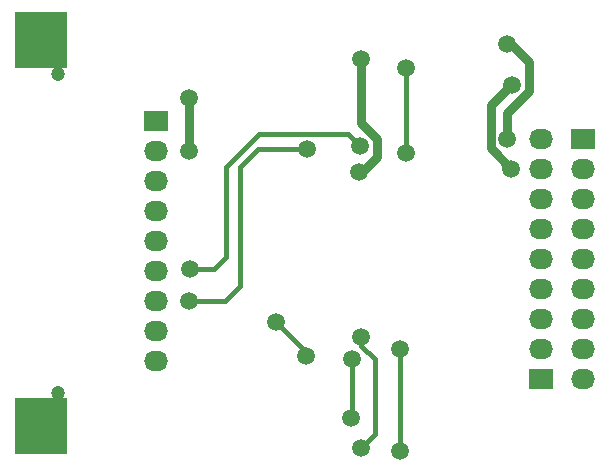
<source format=gbr>
G04 #@! TF.FileFunction,Copper,L2,Bot,Signal*
%FSLAX46Y46*%
G04 Gerber Fmt 4.6, Leading zero omitted, Abs format (unit mm)*
G04 Created by KiCad (PCBNEW 4.0.6-e0-6349~53~ubuntu14.04.1) date Fri Oct 20 08:59:59 2017*
%MOMM*%
%LPD*%
G01*
G04 APERTURE LIST*
%ADD10C,0.100000*%
%ADD11C,1.200000*%
%ADD12R,4.500000X4.850000*%
%ADD13R,2.032000X1.727200*%
%ADD14O,2.032000X1.727200*%
%ADD15C,1.500000*%
%ADD16C,0.762000*%
%ADD17C,0.381000*%
G04 APERTURE END LIST*
D10*
D11*
X97987000Y-113813000D03*
X97987000Y-86813000D03*
D12*
X96587000Y-116663000D03*
X96587000Y-83963000D03*
D13*
X138938000Y-112649000D03*
D14*
X138938000Y-110109000D03*
X138938000Y-107569000D03*
X138938000Y-105029000D03*
X138938000Y-102489000D03*
X138938000Y-99949000D03*
X138938000Y-97409000D03*
X138938000Y-94869000D03*
X138938000Y-92329000D03*
D13*
X142494000Y-92329000D03*
D14*
X142494000Y-94869000D03*
X142494000Y-97409000D03*
X142494000Y-99949000D03*
X142494000Y-102489000D03*
X142494000Y-105029000D03*
X142494000Y-107569000D03*
X142494000Y-110109000D03*
X142494000Y-112649000D03*
D13*
X106299000Y-90805000D03*
D14*
X106299000Y-93345000D03*
X106299000Y-95885000D03*
X106299000Y-98425000D03*
X106299000Y-100965000D03*
X106299000Y-103505000D03*
X106299000Y-106045000D03*
X106299000Y-108585000D03*
X106299000Y-111125000D03*
D15*
X136440000Y-87780000D03*
X136400000Y-94870000D03*
X136070000Y-84290000D03*
X123660000Y-85550000D03*
X123530000Y-95140000D03*
X136017000Y-92329000D03*
X109110000Y-88880000D03*
X109110000Y-93345000D03*
X127460000Y-86310000D03*
X127450000Y-93540000D03*
X127000000Y-118745000D03*
X127000000Y-110109000D03*
X123698000Y-109093000D03*
X123698000Y-118491000D03*
X109220000Y-103378000D03*
X123571000Y-92964000D03*
X116459000Y-107823000D03*
X118999000Y-110744000D03*
X122936000Y-110998000D03*
X122809000Y-115951000D03*
X119126000Y-93218000D03*
X109093000Y-106045000D03*
D16*
X136440000Y-87780000D02*
X136330000Y-87780000D01*
X134650000Y-93120000D02*
X136400000Y-94870000D01*
X134650000Y-89460000D02*
X134650000Y-93120000D01*
X136330000Y-87780000D02*
X134650000Y-89460000D01*
X136440000Y-87780000D02*
X136510000Y-87780000D01*
X136400000Y-94870000D02*
X136440000Y-94830000D01*
X136070000Y-84290000D02*
X136370000Y-84290000D01*
X136017000Y-90153000D02*
X136017000Y-92329000D01*
X137860000Y-88310000D02*
X136017000Y-90153000D01*
X137860000Y-85780000D02*
X137860000Y-88310000D01*
X136370000Y-84290000D02*
X137860000Y-85780000D01*
X136090000Y-84270000D02*
X136100000Y-84270000D01*
X136070000Y-84290000D02*
X136090000Y-84270000D01*
X123530000Y-95140000D02*
X123790000Y-95140000D01*
X123790000Y-95140000D02*
X125060000Y-93870000D01*
X125060000Y-93870000D02*
X125060000Y-92340000D01*
X125060000Y-92340000D02*
X123660000Y-90940000D01*
X123660000Y-90940000D02*
X123660000Y-85550000D01*
D17*
X123500000Y-95110000D02*
X123500000Y-95100000D01*
X123530000Y-95140000D02*
X123500000Y-95110000D01*
D16*
X136017000Y-92329000D02*
X136017000Y-92202000D01*
X109110000Y-88880000D02*
X109110000Y-93345000D01*
X109130000Y-93290000D02*
X109130000Y-93325000D01*
X109130000Y-93325000D02*
X109110000Y-93345000D01*
D17*
X127450000Y-86350000D02*
X127460000Y-86340000D01*
X127460000Y-86340000D02*
X127460000Y-86310000D01*
X127450000Y-93540000D02*
X127450000Y-86350000D01*
X127000000Y-118745000D02*
X127000000Y-110109000D01*
X123698000Y-109855000D02*
X123698000Y-109093000D01*
X124841000Y-110998000D02*
X123698000Y-109855000D01*
X124841000Y-117348000D02*
X124841000Y-110998000D01*
X123698000Y-118491000D02*
X124841000Y-117348000D01*
X122555000Y-91948000D02*
X123571000Y-92964000D01*
X115062000Y-91948000D02*
X122555000Y-91948000D01*
X112268000Y-94742000D02*
X115062000Y-91948000D01*
X112268000Y-102362000D02*
X112268000Y-94742000D01*
X111252000Y-103378000D02*
X112268000Y-102362000D01*
X109220000Y-103378000D02*
X111252000Y-103378000D01*
X123571000Y-92964000D02*
X123698000Y-92837000D01*
X118999000Y-110744000D02*
X118999000Y-110363000D01*
X118999000Y-110363000D02*
X116459000Y-107823000D01*
X122936000Y-110998000D02*
X122936000Y-115824000D01*
X122936000Y-115824000D02*
X122809000Y-115951000D01*
X114935000Y-93218000D02*
X119126000Y-93218000D01*
X113411000Y-94742000D02*
X114935000Y-93218000D01*
X113411000Y-104775000D02*
X113411000Y-94742000D01*
X112141000Y-106045000D02*
X113411000Y-104775000D01*
X109093000Y-106045000D02*
X112141000Y-106045000D01*
M02*

</source>
